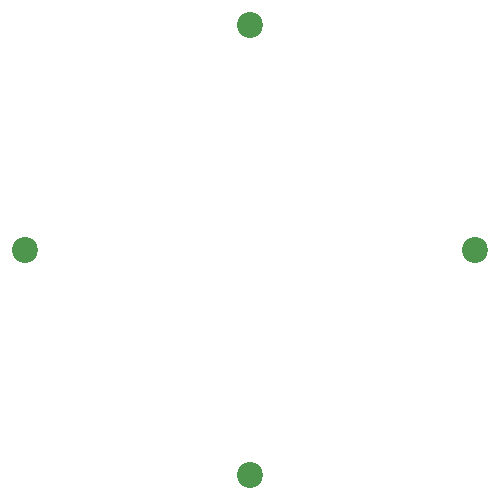
<source format=gbr>
%TF.GenerationSoftware,KiCad,Pcbnew,(5.1.9-0-10_14)*%
%TF.CreationDate,2021-09-05T16:09:01-05:00*%
%TF.ProjectId,egg-bottom,6567672d-626f-4747-946f-6d2e6b696361,rev?*%
%TF.SameCoordinates,Original*%
%TF.FileFunction,Soldermask,Top*%
%TF.FilePolarity,Negative*%
%FSLAX46Y46*%
G04 Gerber Fmt 4.6, Leading zero omitted, Abs format (unit mm)*
G04 Created by KiCad (PCBNEW (5.1.9-0-10_14)) date 2021-09-05 16:09:01*
%MOMM*%
%LPD*%
G01*
G04 APERTURE LIST*
%ADD10C,2.200000*%
G04 APERTURE END LIST*
D10*
%TO.C,H9*%
X56349250Y-65087500D03*
%TD*%
%TO.C,H8*%
X94437250Y-65087500D03*
%TD*%
%TO.C,H4*%
X75400000Y-84137500D03*
%TD*%
%TO.C,H1*%
X75400000Y-46037500D03*
%TD*%
M02*

</source>
